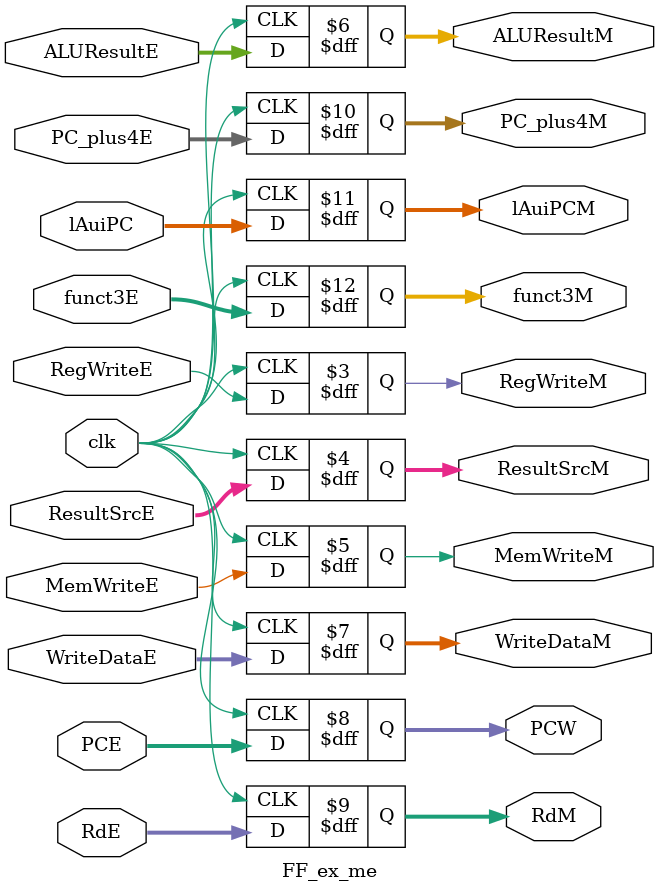
<source format=v>
module FF_ex_me (
    input  clk,
    input RegWriteE,
    input [1:0] ResultSrcE,
    input MemWriteE,
    input [31:0] ALUResultE,
    input [31:0] WriteDataE,PCE,
    input [4:0] RdE,
    input [31:0] PC_plus4E,
    input [31:0] lAuiPC,
    input [2:0] funct3E,

    output reg RegWriteM,
    output reg [1:0] ResultSrcM,
    output reg MemWriteM,
    output reg [31:0] ALUResultM,
    output reg [31:0] WriteDataM,PCW,
    output reg [4:0] RdM,
    output reg [31:0] PC_plus4M,
    output reg [31:0] lAuiPCM,
    output reg [2:0] funct3M
);
initial begin
    RegWriteM   = 0;
    ResultSrcM  = 0;
    MemWriteM   = 0;
    ALUResultM  = 0;
    WriteDataM  = 0;
    PCW         = 0;
    RdM         = 0;
    PC_plus4M   = 0;
    lAuiPCM     = 0;
    funct3M     = 0;
end
always @(posedge clk) begin
    RegWriteM   <= RegWriteE;
    ResultSrcM  <= ResultSrcE;
    MemWriteM   <= MemWriteE;
    ALUResultM  <= ALUResultE;
    WriteDataM  <= WriteDataE;
    PCW         <= PCE;
    RdM         <= RdE;
    PC_plus4M   <= PC_plus4E;
    lAuiPCM     <= lAuiPC;
    funct3M     <= funct3E;
end


endmodule
</source>
